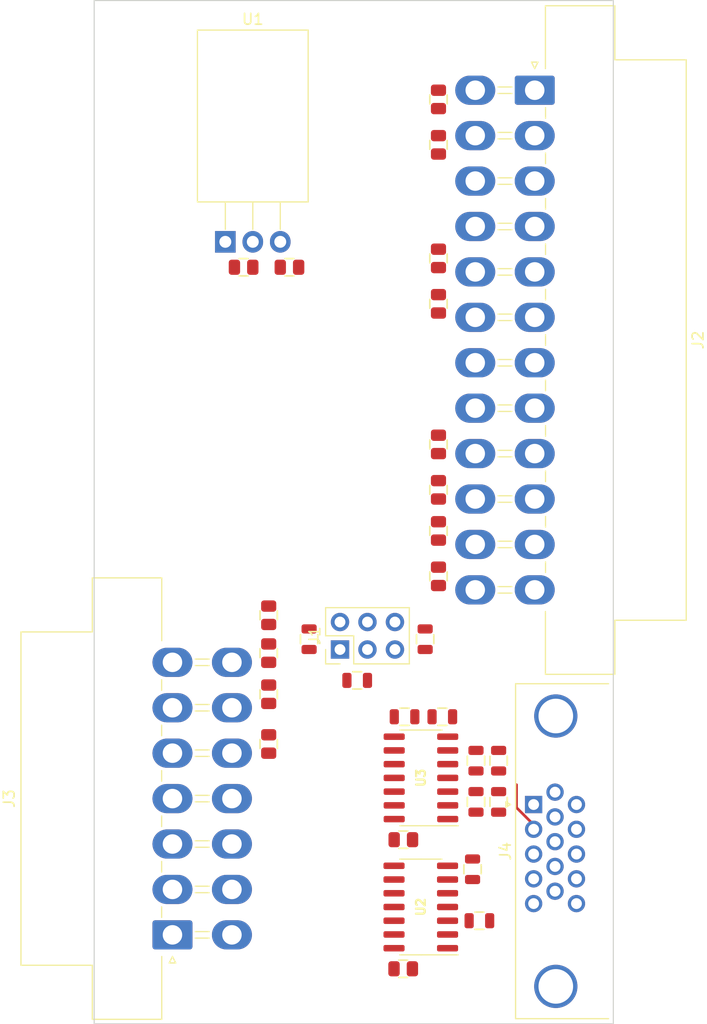
<source format=kicad_pcb>
(kicad_pcb (version 20211014) (generator pcbnew)
  (layers (0 "F.Cu" signal) (31 "B.Cu" signal) (34 "B.Paste" user) (35 "F.Paste" user) (36 "B.SilkS" user "B.Silkscreen") (37 "F.SilkS" user "F.Silkscreen") (38 "B.Mask" user) (39 "F.Mask" user) (44 "Edge.Cuts" user))
  (net 0 "")
  (net 1 "+12V")
  (net 2 "GND")
  (net 3 "+5V")
  (net 4 "+3V3")
  (net 5 "-12V")
  (net 6 "-5V")
  (net 7 "/HSx")
  (net 8 "/VSx")
  (net 9 "/PWR_OK")
  (net 10 "+5VP")
  (net 11 "/~{PS_ON}")
  (net 13 "/Ci")
  (net 14 "/HSi")
  (net 15 "/VSi")
  (net 16 "/Ro")
  (net 17 "/Go")
  (net 18 "/Bo")
  (net 23 "/HSo")
  (net 24 "/VSo")
  (net 26 "Net-(R4-Pad1)")
  (net 27 "Net-(R5-Pad1)")
  (net 28 "Net-(U3-Pad3)")
  (net 29 "Net-(U3-Pad6)")
  (net 30 "Net-(U3-Pad8)")
  (net 31 "/Cx")
  (footprint "stdpads:C_0805" (layer "F.Cu") (at 106.2525 175.700999)
    (fp_text reference "C10")
    (fp_text value "2u2")
    (fp_line (start -0.4064 0.8) (end 0.4064 0.8) (layer "F.SilkS") (width 0.1524))
    (fp_line (start -0.4064 -0.8) (end 0.4064 -0.8) (layer "F.SilkS") (width 0.1524))
    (pad "1" smd roundrect locked (at -0.85 0) (size 1.05 1.4) (layers "F.Cu" "F.Paste" "F.Mask") (net 4 "+3V3"))
    (pad "2" smd roundrect locked (at 0.85 0) (size 1.05 1.4) (layers "F.Cu" "F.Paste" "F.Mask") (net 2 "GND"))
  )
  (footprint "stdpads:R_0805" (layer "F.Cu") (at 97.536 157.1625 90)
    (fp_text reference "R3")
    (fp_text value "1k")
    (fp_line (start -0.4064 -0.8) (end 0.4064 -0.8) (layer "F.SilkS") (width 0.1524))
    (fp_line (start -0.4064 0.8) (end 0.4064 0.8) (layer "F.SilkS") (width 0.1524))
    (pad "1" smd roundrect locked (at -0.95 0 90) (size 0.85 1.4) (layers "F.Cu" "F.Paste" "F.Mask") (net 7 "/HSx"))
    (pad "2" smd roundrect locked (at 0.95 0 90) (size 0.85 1.4) (layers "F.Cu" "F.Paste" "F.Mask") (net 4 "+3V3"))
  )
  (footprint "Package_TO_SOT_THT:TO-220-3_Horizontal_TabDown" (layer "F.Cu") (at 89.789 120.4185)
    (fp_text reference "U1" (at 2.54 -20.58) (layer "F.SilkS"))
    (fp_text value "LM7905_TO220")
    (fp_line (start 7.66 -19.58) (end 7.66 -3.69) (layer "F.SilkS") (width 0.12))
    (fp_line (start 0 -3.69) (end 0 -1.15) (layer "F.SilkS") (width 0.12))
    (fp_line (start 2.54 -3.69) (end 2.54 -1.15) (layer "F.SilkS") (width 0.12))
    (fp_line (start 5.08 -3.69) (end 5.08 -1.15) (layer "F.SilkS") (width 0.12))
    (fp_line (start -2.58 -3.69) (end 7.66 -3.69) (layer "F.SilkS") (width 0.12))
    (fp_line (start -2.58 -19.58) (end -2.58 -3.69) (layer "F.SilkS") (width 0.12))
    (fp_line (start -2.58 -19.58) (end 7.66 -19.58) (layer "F.SilkS") (width 0.12))
    (pad "" np_thru_hole oval (at 2.54 -16.66) (size 3.5 3.5) (drill 3.5) (layers *.Cu *.Mask))
    (pad "1" thru_hole rect (at 0 0) (size 1.905 2) (drill 1.1) (layers *.Cu *.Mask) (net 2 "GND"))
    (pad "2" thru_hole oval (at 2.54 0) (size 1.905 2) (drill 1.1) (layers *.Cu *.Mask) (net 5 "-12V"))
    (pad "3" thru_hole oval (at 5.08 0) (size 1.905 2) (drill 1.1) (layers *.Cu *.Mask) (net 6 "-5V"))
  )
  (footprint "stdpads:R_0805" (layer "F.Cu") (at 108.2675 157.1625 90)
    (fp_text reference "R1")
    (fp_text value "1k")
    (fp_line (start -0.4064 -0.8) (end 0.4064 -0.8) (layer "F.SilkS") (width 0.1524))
    (fp_line (start -0.4064 0.8) (end 0.4064 0.8) (layer "F.SilkS") (width 0.1524))
    (pad "1" smd roundrect locked (at -0.95 0 90) (size 0.85 1.4) (layers "F.Cu" "F.Paste" "F.Mask") (net 31 "/Cx"))
    (pad "2" smd roundrect locked (at 0.95 0 90) (size 0.85 1.4) (layers "F.Cu" "F.Paste" "F.Mask") (net 4 "+3V3"))
  )
  (footprint "stdpads:C_0805" (layer "F.Cu") (at 109.5 147.15 -90)
    (fp_text reference "C2")
    (fp_text value "2u2")
    (fp_line (start -0.4064 0.8) (end 0.4064 0.8) (layer "F.SilkS") (width 0.1524))
    (fp_line (start -0.4064 -0.8) (end 0.4064 -0.8) (layer "F.SilkS") (width 0.1524))
    (pad "1" smd roundrect locked (at -0.85 0 270) (size 1.05 1.4) (layers "F.Cu" "F.Paste" "F.Mask") (net 1 "+12V"))
    (pad "2" smd roundrect locked (at 0.85 0 270) (size 1.05 1.4) (layers "F.Cu" "F.Paste" "F.Mask") (net 2 "GND"))
  )
  (footprint "Connector_Molex:Molex_Mini-Fit_Jr_5569-14A1_2x07_P4.20mm_Horizontal" (layer "F.Cu") (at 84.9 184.5 90)
    (fp_text reference "J3" (at 12.6 -15.1 90) (layer "F.SilkS"))
    (fp_text value "Mac")
    (fp_line (start 12.9 2.11) (end 12.9 3.39) (layer "F.SilkS") (width 0.12))
    (fp_line (start -2.6 -0.3) (end -2 0) (layer "F.SilkS") (width 0.12))
    (fp_line (start 17.1 2.11) (end 17.1 3.39) (layer "F.SilkS") (width 0.12))
    (fp_line (start 16.5 2.11) (end 16.5 3.39) (layer "F.SilkS") (width 0.12))
    (fp_line (start 33.01 -7.41) (end 33.01 -0.99) (layer "F.SilkS") (width 0.12))
    (fp_line (start -2 0) (end -2.6 0.3) (layer "F.SilkS") (width 0.12))
    (fp_line (start 20.7 2.11) (end 20.7 3.39) (layer "F.SilkS") (width 0.12))
    (fp_line (start 14.21 -1) (end 15.19 -1) (layer "F.SilkS") (width 0.12))
    (fp_line (start -2.81 -14.01) (end -2.81 -7.41) (layer "F.SilkS") (width 0.12))
    (fp_line (start 12.6 -14.01) (end 28.01 -14.01) (layer "F.SilkS") (width 0.12))
    (fp_line (start -0.3 2.11) (end -0.3 3.39) (layer "F.SilkS") (width 0.12))
    (fp_line (start 8.7 2.11) (end 8.7 3.39) (layer "F.SilkS") (width 0.12))
    (fp_line (start 21.3 2.11) (end 21.3 3.39) (layer "F.SilkS") (width 0.12))
    (fp_line (start 1.61 -1) (end 2.59 -1) (layer "F.SilkS") (width 0.12))
    (fp_line (start 12.3 2.11) (end 12.3 3.39) (layer "F.SilkS") (width 0.12))
    (fp_line (start 5.81 -1) (end 6.79 -1) (layer "F.SilkS") (width 0.12))
    (fp_line (start 8.1 2.11) (end 8.1 3.39) (layer "F.SilkS") (width 0.12))
    (fp_line (start 33.01 -0.99) (end 27.2 -0.99) (layer "F.SilkS") (width 0.12))
    (fp_line (start 3.9 2.11) (end 3.9 3.39) (layer "F.SilkS") (width 0.12))
    (fp_line (start 24.9 2.11) (end 24.9 3.39) (layer "F.SilkS") (width 0.12))
    (fp_line (start 0.3 2.11) (end 0.3 3.39) (layer "F.SilkS") (width 0.12))
    (fp_line (start 28.01 -7.41) (end 33.01 -7.41) (layer "F.SilkS") (width 0.12))
    (fp_line (start -2.6 0.3) (end -2.6 -0.3) (layer "F.SilkS") (width 0.12))
    (fp_line (start 25.5 2.11) (end 25.5 3.39) (layer "F.SilkS") (width 0.12))
    (fp_line (start 10.01 -1) (end 10.99 -1) (layer "F.SilkS") (width 0.12))
    (fp_line (start 18.41 -1) (end 19.39 -1) (layer "F.SilkS") (width 0.12))
    (fp_line (start -7.81 -0.99) (end -2 -0.99) (layer "F.SilkS") (width 0.12))
    (fp_line (start 22.61 -1) (end 23.59 -1) (layer "F.SilkS") (width 0.12))
    (fp_line (start 12.6 -14.01) (end -2.81 -14.01) (layer "F.SilkS") (width 0.12))
    (fp_line (start -7.81 -7.41) (end -7.81 -0.99) (layer "F.SilkS") (width 0.12))
    (fp_line (start -2.81 -7.41) (end -7.81 -7.41) (layer "F.SilkS") (width 0.12))
    (fp_line (start 28.01 -14.01) (end 28.01 -7.41) (layer "F.SilkS") (width 0.12))
    (fp_line (start 4.5 2.11) (end 4.5 3.39) (layer "F.SilkS") (width 0.12))
    (pad "" np_thru_hole circle (at 29.7 -4.2 90) (size 3.2 3.2) (drill 3.2) (layers *.Cu *.Mask))
    (pad "" np_thru_hole circle (at -4.5 -4.2 90) (size 3.2 3.2) (drill 3.2) (layers *.Cu *.Mask))
    (pad "1" thru_hole roundrect (at 0 0 90) (size 2.7 3.7) (drill 1.8) (layers *.Cu *.Mask) (roundrect_rratio 0.092593) (net 2 "GND"))
    (pad "2" thru_hole oval (at 4.2 0 90) (size 2.7 3.7) (drill 1.8) (layers *.Cu *.Mask) (net 2 "GND"))
    (pad "3" thru_hole oval (at 8.4 0 90) (size 2.7 3.7) (drill 1.8) (layers *.Cu *.Mask) (net 2 "GND"))
    (pad "4" thru_hole oval (at 12.6 0 90) (size 2.7 3.7) (drill 1.8) (layers *.Cu *.Mask) (net 2 "GND"))
    (pad "5" thru_hole oval (at 16.8 0 90) (size 2.7 3.7) (drill 1.8) (layers *.Cu *.Mask) (net 2 "GND"))
    (pad "6" thru_hole oval (at 21 0 90) (size 2.7 3.7) (drill 1.8) (layers *.Cu *.Mask) (net 6 "-5V"))
    (pad "7" thru_hole oval (at 25.2 0 90) (size 2.7 3.7) (drill 1.8) (layers *.Cu *.Mask) (net 5 "-12V"))
    (pad "8" thru_hole oval (at 0 5.5 90) (size 2.7 3.7) (drill 1.8) (layers *.Cu *.Mask) (net 2 "GND"))
    (pad "9" thru_hole oval (at 4.2 5.5 90) (size 2.7 3.7) (drill 1.8) (layers *.Cu *.Mask) (net 13 "/Ci"))
    (pad "10" thru_hole oval (at 8.4 5.5 90) (size 2.7 3.7) (drill 1.8) (layers *.Cu *.Mask) (net 14 "/HSi"))
    (pad "11" thru_hole oval (at 12.6 5.5 90) (size 2.7 3.7) (drill 1.8) (layers *.Cu *.Mask) (net 15 "/VSi"))
    (pad "12" thru_hole oval (at 16.8 5.5 90) (size 2.7 3.7) (drill 1.8) (layers *.Cu *.Mask) (net 3 "+5V"))
    (pad "13" thru_hole oval (at 21 5.5 90) (size 2.7 3.7) (drill 1.8) (layers *.Cu *.Mask) (net 3 "+5V"))
    (pad "14" thru_hole oval (at 25.2 5.5 90) (size 2.7 3.7) (drill 1.8) (layers *.Cu *.Mask) (net 1 "+12V"))
  )
  (footprint "stdpads:R_0805" (layer "F.Cu") (at 109.855 164.334499 180)
    (fp_text reference "R11")
    (fp_text value "130")
    (fp_line (start -0.4064 -0.8) (end 0.4064 -0.8) (layer "F.SilkS") (width 0.1524))
    (fp_line (start -0.4064 0.8) (end 0.4064 0.8) (layer "F.SilkS") (width 0.1524))
    (pad "1" smd roundrect locked (at -0.95 0 180) (size 0.85 1.4) (layers "F.Cu" "F.Paste" "F.Mask") (net 2 "GND"))
    (pad "2" smd roundrect locked (at 0.95 0 180) (size 0.85 1.4) (layers "F.Cu" "F.Paste" "F.Mask") (net 18 "/Bo"))
  )
  (footprint "stdpads:C_0805" (layer "F.Cu") (at 109.5 126.15 -90)
    (fp_text reference "C7")
    (fp_text value "2u2")
    (fp_line (start -0.4064 -0.8) (end 0.4064 -0.8) (layer "F.SilkS") (width 0.1524))
    (fp_line (start -0.4064 0.8) (end 0.4064 0.8) (layer "F.SilkS") (width 0.1524))
    (pad "1" smd roundrect locked (at -0.85 0 270) (size 1.05 1.4) (layers "F.Cu" "F.Paste" "F.Mask") (net 3 "+5V"))
    (pad "2" smd roundrect locked (at 0.85 0 270) (size 1.05 1.4) (layers "F.Cu" "F.Paste" "F.Mask") (net 2 "GND"))
  )
  (footprint "stdpads:C_0805" (layer "F.Cu") (at 106.238 187.638999)
    (fp_text reference "C16")
    (fp_text value "2u2")
    (fp_line (start -0.4064 0.8) (end 0.4064 0.8) (layer "F.SilkS") (width 0.1524))
    (fp_line (start -0.4064 -0.8) (end 0.4064 -0.8) (layer "F.SilkS") (width 0.1524))
    (pad "1" smd roundrect locked (at -0.85 0) (size 1.05 1.4) (layers "F.Cu" "F.Paste" "F.Mask") (net 4 "+3V3"))
    (pad "2" smd roundrect locked (at 0.85 0) (size 1.05 1.4) (layers "F.Cu" "F.Paste" "F.Mask") (net 2 "GND"))
  )
  (footprint "Connector_Molex:Molex_Mini-Fit_Jr_5569-24A1_2x12_P4.20mm_Horizontal" (layer "F.Cu") (at 118.4 106.4 -90)
    (fp_text reference "J2" (at 23.1 -15.1 90) (layer "F.SilkS"))
    (fp_text value "ATX")
    (fp_line (start 31.01 -1) (end 31.99 -1) (layer "F.SilkS") (width 0.12))
    (fp_line (start 33.3 2.11) (end 33.3 3.39) (layer "F.SilkS") (width 0.12))
    (fp_line (start 0.3 2.11) (end 0.3 3.39) (layer "F.SilkS") (width 0.12))
    (fp_line (start 37.5 2.11) (end 37.5 3.39) (layer "F.SilkS") (width 0.12))
    (fp_line (start 39.41 -1) (end 40.39 -1) (layer "F.SilkS") (width 0.12))
    (fp_line (start 1.61 -1) (end 2.59 -1) (layer "F.SilkS") (width 0.12))
    (fp_line (start 26.81 -1) (end 27.79 -1) (layer "F.SilkS") (width 0.12))
    (fp_line (start 25.5 2.11) (end 25.5 3.39) (layer "F.SilkS") (width 0.12))
    (fp_line (start 10.01 -1) (end 10.99 -1) (layer "F.SilkS") (width 0.12))
    (fp_line (start 24.9 2.11) (end 24.9 3.39) (layer "F.SilkS") (width 0.12))
    (fp_line (start 49.01 -14.01) (end 49.01 -7.41) (layer "F.SilkS") (width 0.12))
    (fp_line (start 12.3 2.11) (end 12.3 3.39) (layer "F.SilkS") (width 0.12))
    (fp_line (start 21.3 2.11) (end 21.3 3.39) (layer "F.SilkS") (width 0.12))
    (fp_line (start 29.1 2.11) (end 29.1 3.39) (layer "F.SilkS") (width 0.12))
    (fp_line (start 46.5 2.11) (end 46.5 3.39) (layer "F.SilkS") (width 0.12))
    (fp_line (start 41.7 2.11) (end 41.7 3.39) (layer "F.SilkS") (width 0.12))
    (fp_line (start -2 0) (end -2.6 0.3) (layer "F.SilkS") (width 0.12))
    (fp_line (start 23.1 -14.01) (end -2.81 -14.01) (layer "F.SilkS") (width 0.12))
    (fp_line (start 14.21 -1) (end 15.19 -1) (layer "F.SilkS") (width 0.12))
    (fp_line (start -2.81 -14.01) (end -2.81 -7.41) (layer "F.SilkS") (width 0.12))
    (fp_line (start 23.1 -14.01) (end 49.01 -14.01) (layer "F.SilkS") (width 0.12))
    (fp_line (start 20.7 2.11) (end 20.7 3.39) (layer "F.SilkS") (width 0.12))
    (fp_line (start -2.81 -7.41) (end -7.81 -7.41) (layer "F.SilkS") (width 0.12))
    (fp_line (start 16.5 2.11) (end 16.5 3.39) (layer "F.SilkS") (width 0.12))
    (fp_line (start 3.9 2.11) (end 3.9 3.39) (layer "F.SilkS") (width 0.12))
    (fp_line (start -2.6 0.3) (end -2.6 -0.3) (layer "F.SilkS") (width 0.12))
    (fp_line (start 38.1 2.11) (end 38.1 3.39) (layer "F.SilkS") (width 0.12))
    (fp_line (start 35.21 -1) (end 36.19 -1) (layer "F.SilkS") (width 0.12))
    (fp_line (start 12.9 2.11) (end 12.9 3.39) (layer "F.SilkS") (width 0.12))
    (fp_line (start 8.1 2.11) (end 8.1 3.39) (layer "F.SilkS") (width 0.12))
    (fp_line (start 29.7 2.11) (end 29.7 3.39) (layer "F.SilkS") (width 0.12))
    (fp_line (start 54.01 -7.41) (end 54.01 -0.99) (layer "F.SilkS") (width 0.12))
    (fp_line (start 8.7 2.11) (end 8.7 3.39) (layer "F.SilkS") (width 0.12))
    (fp_line (start 22.61 -1) (end 23.59 -1) (layer "F.SilkS") (width 0.12))
    (fp_line (start 17.1 2.11) (end 17.1 3.39) (layer "F.SilkS") (width 0.12))
    (fp_line (start 5.81 -1) (end 6.79 -1) (layer "F.SilkS") (width 0.12))
    (fp_line (start -2.6 -0.3) (end -2 0) (layer "F.SilkS") (width 0.12))
    (fp_line (start 4.5 2.11) (end 4.5 3.39) (layer "F.SilkS") (width 0.12))
    (fp_line (start -7.81 -7.41) (end -7.81 -0.99) (layer "F.SilkS") (width 0.12))
    (fp_line (start 45.9 2.11) (end 45.9 3.39) (layer "F.SilkS") (width 0.12))
    (fp_line (start 54.01 -0.99) (end 48.2 -0.99) (layer "F.SilkS") (width 0.12))
    (fp_line (start -0.3 2.11) (end -0.3 3.39) (layer "F.SilkS") (width 0.12))
    (fp_line (start 33.9 2.11) (end 33.9 3.39) (layer "F.SilkS") (width 0.12))
    (fp_line (start 42.3 2.11) (end 42.3 3.39) (layer "F.SilkS") (width 0.12))
    (fp_line (start 18.41 -1) (end 19.39 -1) (layer "F.SilkS") (width 0.12))
    (fp_line (start 43.61 -1) (end 44.59 -1) (layer "F.SilkS") (width 0.12))
    (fp_line (start 49.01 -7.41) (end 54.01 -7.41) (layer "F.SilkS") (width 0.12))
    (fp_line (start -7.81 -0.99) (end -2 -0.99) (layer "F.SilkS") (width 0.12))
    (pad "" np_thru_hole circle (at -4.5 -4.2 270) (size 3.2 3.2) (drill 3.2) (layers *.Cu *.Mask))
    (pad "" np_thru_hole circle (at 50.7 -4.2 270) (size 3.2 3.2) (drill 3.2) (layers *.Cu *.Mask))
    (pad "1" thru_hole roundrect (at 0 0 270) (size 2.7 3.7) (drill 1.8) (layers *.Cu *.Mask) (roundrect_rratio 0.092593) (net 4 "+3V3"))
    (pad "2" thru_hole oval (at 4.2 0 270) (size 2.7 3.7) (drill 1.8) (layers *.Cu *.Mask) (net 4 "+3V3"))
    (pad "3" thru_hole oval (at 8.4 0 270) (size 2.7 3.7) (drill 1.8) (layers *.Cu *.Mask) (net 2 "GND"))
    (pad "4" thru_hole oval (at 12.6 0 270) (size 2.7 3.7) (drill 1.8) (layers *.Cu *.Mask) (net 3 "+5V"))
    (pad "5" thru_hole oval (at 16.8 0 270) (size 2.7 3.7) (drill 1.8) (layers *.Cu *.Mask) (net 2 "GND"))
    (pad "6" thru_hole oval (at 21 0 270) (size 2.7 3.7) (drill 1.8) (layers *.Cu *.Mask) (net 3 "+5V"))
    (pad "7" thru_hole oval (at 25.2 0 270) (size 2.7 3.7) (drill 1.8) (layers *.Cu *.Mask) (net 2 "GND"))
    (pad "8" thru_hole oval (at 29.4 0 270) (size 2.7 3.7) (drill 1.8) (layers *.Cu *.Mask) (net 9 "/PWR_OK"))
    (pad "9" thru_hole oval (at 33.6 0 270) (size 2.7 3.7) (drill 1.8) (layers *.Cu *.Mask) (net 10 "+5VP"))
    (pad "10" thru_hole oval (at 37.8 0 270) (size 2.7 3.7) (drill 1.8) (layers *.Cu *.Mask) (net 1 "+12V"))
    (pad "11" thru_hole oval (at 42 0 270) (size 2.7 3.7) (drill 1.8) (layers *.Cu *.Mask) (net 1 "+12V"))
    (pad "12" thru_hole oval (at 46.2 0 270) (size 2.7 3.7) (drill 1.8) (layers *.Cu *.Mask) (net 4 "+3V3"))
    (pad "13" thru_hole oval (at 0 5.5 270) (size 2.7 3.7) (drill 1.8) (layers *.Cu *.Mask) (net 4 "+3V3"))
    (pad "14" thru_hole oval (at 4.2 5.5 270) (size 2.7 3.7) (drill 1.8) (layers *.Cu *.Mask) (net 5 "-12V"))
    (pad "15" thru_hole oval (at 8.4 5.5 270) (size 2.7 3.7) (drill 1.8) (layers *.Cu *.Mask) (net 2 "GND"))
    (pad "16" thru_hole oval (at 12.6 5.5 270) (size 2.7 3.7) (drill 1.8) (layers *.Cu *.Mask) (net 11 "/~{PS_ON}"))
    (pad "17" thru_hole oval (at 16.8 5.5 270) (size 2.7 3.7) (drill 1.8) (layers *.Cu *.Mask) (net 2 "GND"))
    (pad "18" thru_hole oval (at 21 5.5 270) (size 2.7 3.7) (drill 1.8) (layers *.Cu *.Mask) (net 2 "GND"))
    (pad "19" thru_hole oval (at 25.2 5.5 270) (size 2.7 3.7) (drill 1.8) (layers *.Cu *.Mask) (net 2 "GND"))
    (pad "20" thru_hole oval (at 29.4 5.5 270) (size 2.7 3.7) (drill 1.8) (layers *.Cu *.Mask))
    (pad "21" thru_hole oval (at 33.6 5.5 270) (size 2.7 3.7) (drill 1.8) (layers *.Cu *.Mask) (net 3 "+5V"))
    (pad "22" thru_hole oval (at 37.8 5.5 270) (size 2.7 3.7) (drill 1.8) (layers *.Cu *.Mask) (net 3 "+5V"))
    (pad "23" thru_hole oval (at 42 5.5 270) (size 2.7 3.7) (drill 1.8) (layers *.Cu *.Mask) (net 3 "+5V"))
    (pad "24" thru_hole oval (at 46.2 5.5 270) (size 2.7 3.7) (drill 1.8) (layers *.Cu *.Mask) (net 2 "GND"))
  )
  (footprint "stdpads:C_0805" (layer "F.Cu") (at 93.8 158.45 90)
    (fp_text reference "C1")
    (fp_text value "2u2")
    (fp_line (start -0.4064 -0.8) (end 0.4064 -0.8) (layer "F.SilkS") (width 0.1524))
    (fp_line (start -0.4064 0.8) (end 0.4064 0.8) (layer "F.SilkS") (width 0.1524))
    (pad "1" smd roundrect locked (at -0.85 0 90) (size 1.05 1.4) (layers "F.Cu" "F.Paste" "F.Mask") (net 1 "+12V"))
    (pad "2" smd roundrect locked (at 0.85 0 90) (size 1.05 1.4) (layers "F.Cu" "F.Paste" "F.Mask") (net 2 "GND"))
  )
  (footprint "stdpads:C_0805" (layer "F.Cu") (at 93.8 154.949999 -90)
    (fp_text reference "C12")
    (fp_text value "2u2")
    (fp_line (start -0.4064 0.8) (end 0.4064 0.8) (layer "F.SilkS") (width 0.1524))
    (fp_line (start -0.4064 -0.8) (end 0.4064 -0.8) (layer "F.SilkS") (width 0.1524))
    (pad "1" smd roundrect locked (at -0.85 0 270) (size 1.05 1.4) (layers "F.Cu" "F.Paste" "F.Mask") (net 2 "GND"))
    (pad "2" smd roundrect locked (at 0.85 0 270) (size 1.05 1.4) (layers "F.Cu" "F.Paste" "F.Mask") (net 5 "-12V"))
  )
  (footprint "stdpads:C_0805" (layer "F.Cu") (at 109.5 143.35 90)
    (fp_text reference "C4")
    (fp_text value "2u2")
    (fp_line (start -0.4064 -0.8) (end 0.4064 -0.8) (layer "F.SilkS") (width 0.1524))
    (fp_line (start -0.4064 0.8) (end 0.4064 0.8) (layer "F.SilkS") (width 0.1524))
    (pad "1" smd roundrect locked (at -0.85 0 90) (size 1.05 1.4) (layers "F.Cu" "F.Paste" "F.Mask") (net 3 "+5V"))
    (pad "2" smd roundrect locked (at 0.85 0 90) (size 1.05 1.4) (layers "F.Cu" "F.Paste" "F.Mask") (net 2 "GND"))
  )
  (footprint "stdpads:C_0805" (layer "F.Cu") (at 93.8 162.25 90)
    (fp_text reference "C15")
    (fp_text value "2u2")
    (fp_line (start -0.4064 -0.8) (end 0.4064 -0.8) (layer "F.SilkS") (width 0.1524))
    (fp_line (start -0.4064 0.8) (end 0.4064 0.8) (layer "F.SilkS") (width 0.1524))
    (pad "1" smd roundrect locked (at -0.85 0 90) (size 1.05 1.4) (layers "F.Cu" "F.Paste" "F.Mask") (net 2 "GND"))
    (pad "2" smd roundrect locked (at 0.85 0 90) (size 1.05 1.4) (layers "F.Cu" "F.Paste" "F.Mask") (net 6 "-5V"))
  )
  (footprint "stdpads:R_0805" (layer "F.Cu") (at 106.3625 164.334499)
    (fp_text reference "R10")
    (fp_text value "150")
    (fp_line (start -0.4064 -0.8) (end 0.4064 -0.8) (layer "F.SilkS") (width 0.1524))
    (fp_line (start -0.4064 0.8) (end 0.4064 0.8) (layer "F.SilkS") (width 0.1524))
    (pad "1" smd roundrect locked (at -0.95 0) (size 0.85 1.4) (layers "F.Cu" "F.Paste" "F.Mask") (net 30 "Net-(U3-Pad8)"))
    (pad "2" smd roundrect locked (at 0.95 0) (size 0.85 1.4) (layers "F.Cu" "F.Paste" "F.Mask") (net 18 "/Bo"))
  )
  (footprint "stdpads:R_0805" (layer "F.Cu") (at 112.6515 178.433999 90)
    (fp_text reference "R5")
    (fp_text value "47")
    (fp_line (start -0.4064 0.8) (end 0.4064 0.8) (layer "F.SilkS") (width 0.1524))
    (fp_line (start -0.4064 -0.8) (end 0.4064 -0.8) (layer "F.SilkS") (width 0.1524))
    (pad "1" smd roundrect locked (at -0.95 0 90) (size 0.85 1.4) (layers "F.Cu" "F.Paste" "F.Mask") (net 27 "Net-(R5-Pad1)"))
    (pad "2" smd roundrect locked (at 0.95 0 90) (size 0.85 1.4) (layers "F.Cu" "F.Paste" "F.Mask") (net 24 "/VSo"))
  )
  (footprint "stdpads:R_0805" (layer "F.Cu") (at 112.969 168.393499 -90)
    (fp_text reference "R8")
    (fp_text value "150")
    (fp_line (start -0.4064 -0.8) (end 0.4064 -0.8) (layer "F.SilkS") (width 0.1524))
    (fp_line (start -0.4064 0.8) (end 0.4064 0.8) (layer "F.SilkS") (width 0.1524))
    (pad "1" smd roundrect locked (at -0.95 0 270) (size 0.85 1.4) (layers "F.Cu" "F.Paste" "F.Mask") (net 29 "Net-(U3-Pad6)"))
    (pad "2" smd roundrect locked (at 0.95 0 270) (size 0.85 1.4) (layers "F.Cu" "F.Paste" "F.Mask") (net 17 "/Go"))
  )
  (footprint "stdpads:C_0805" (layer "F.Cu") (at 109.5 111.45 90)
    (fp_text reference "C13")
    (fp_text value "2u2")
    (fp_line (start -0.4064 0.8) (end 0.4064 0.8) (layer "F.SilkS") (width 0.1524))
    (fp_line (start -0.4064 -0.8) (end 0.4064 -0.8) (layer "F.SilkS") (width 0.1524))
    (pad "1" smd roundrect locked (at -0.85 0 90) (size 1.05 1.4) (layers "F.Cu" "F.Paste" "F.Mask") (net 2 "GND"))
    (pad "2" smd roundrect locked (at 0.85 0 90) (size 1.05 1.4) (layers "F.Cu" "F.Paste" "F.Mask") (net 5 "-12V"))
  )
  (footprint "stdpads:C_0805" (layer "F.Cu") (at 91.479 122.768)
    (fp_text reference "C11")
    (fp_text value "2u2")
    (fp_line (start -0.4064 -0.8) (end 0.4064 -0.8) (layer "F.SilkS") (width 0.1524))
    (fp_line (start -0.4064 0.8) (end 0.4064 0.8) (layer "F.SilkS") (width 0.1524))
    (pad "1" smd roundrect locked (at -0.85 0) (size 1.05 1.4) (layers "F.Cu" "F.Paste" "F.Mask") (net 2 "GND"))
    (pad "2" smd roundrect locked (at 0.85 0) (size 1.05 1.4) (layers "F.Cu" "F.Paste" "F.Mask") (net 5 "-12V"))
  )
  (footprint "stdpads:R_0805" (layer "F.Cu") (at 115.062 172.205999 -90)
    (fp_text reference "R7")
    (fp_text value "130")
    (fp_line (start -0.4064 0.8) (end 0.4064 0.8) (layer "F.SilkS") (width 0.1524))
    (fp_line (start -0.4064 -0.8) (end 0.4064 -0.8) (layer "F.SilkS") (width 0.1524))
    (pad "1" smd roundrect locked (at -0.95 0 270) (size 0.85 1.4) (layers "F.Cu" "F.Paste" "F.Mask") (net 2 "GND"))
    (pad "2" smd roundrect locked (at 0.95 0 270) (size 0.85 1.4) (layers "F.Cu" "F.Paste" "F.Mask") (net 16 "/Ro"))
  )
  (footprint "stdpads:SOIC-14_3.9mm" (layer "F.Cu") (at 107.8645 181.923999 90)
    (fp_text reference "U2")
    (fp_text value "74LVC86AD")
    (fp_text user "${REFERENCE}" (at 0 0 90) (layer "F.SilkS") (effects (font (size 0.8128 0.8128) (thickness 0.2032))))
    (fp_line (start 4.425 0) (end 4.425 -1.95) (layer "F.SilkS") (width 0.12))
    (fp_line (start -4.425 0) (end -4.425 -1.95) (layer "F.SilkS") (width 0.12))
    (fp_line (start 4.425 0) (end 4.425 1.95) (layer "F.SilkS") (width 0.12))
    (fp_line (start -4.425 0) (end -4.425 3.45) (layer "F.SilkS") (width 0.12))
    (pad "1" smd roundrect locked (at -3.81 2.475 180) (size 1.95 0.6) (layers "F.Cu" "F.Paste" "F.Mask") (net 14 "/HSi"))
    (pad "2" smd roundrect locked (at -2.54 2.475 180) (size 1.95 0.6) (layers "F.Cu" "F.Paste" "F.Mask") (net 7 "/HSx"))
    (pad "3" smd roundrect locked (at -1.27 2.475 180) (size 1.95 0.6) (layers "F.Cu" "F.Paste" "F.Mask") (net 26 "Net-(R4-Pad1)"))
    (pad "4" smd roundrect locked (at 0 2.475 180) (size 1.95 0.6) (layers "F.Cu" "F.Paste" "F.Mask") (net 15 "/VSi"))
    (pad "5" smd roundrect locked (at 1.27 2.475 180) (size 1.95 0.6) (layers "F.Cu" "F.Paste" "F.Mask") (net 8 "/VSx"))
    (pad "6" smd roundrect locked (at 2.54 2.475 180) (size 1.95 0.6) (layers "F.Cu" "F.Paste" "F.Mask") (net 27 "Net-(R5-Pad1)"))
    (pad "7" smd roundrect locked (at 3.81 2.475 180) (size 1.95 0.6) (layers "F.Cu" "F.Paste" "F.Mask") (net 2 "GND"))
    (pad "8" smd roundrect locked (at 3.81 -2.475 180) (size 1.95 0.6) (layers "F.Cu" "F.Paste" "F.Mask"))
    (pad "9" smd roundrect locked (at 2.54 -2.475 180) (size 1.95 0.6) (layers "F.Cu" "F.Paste" "F.Mask") (net 2 "GND"))
    (pad "10" smd roundrect locked (at 1.27 -2.475 180) (size 1.95 0.6) (layers "F.Cu" "F.Paste" "F.Mask") (net 2 "GND"))
    (pad "11" smd roundrect locked (at 0 -2.475 180) (size 1.95 0.6) (layers "F.Cu" "F.Paste" "F.Mask"))
    (pad "12" smd roundrect locked (at -1.27 -2.475 180) (size 1.95 0.6) (layers "F.Cu" "F.Paste" "F.Mask") (net 2 "GND"))
    (pad "13" smd roundrect locked (at -2.54 -2.475 180) (size 1.95 0.6) (layers "F.Cu" "F.Paste" "F.Mask") (net 2 "GND"))
    (pad "14" smd roundrect locked (at -3.81 -2.475 180) (size 1.95 0.6) (layers "F.Cu" "F.Paste" "F.Mask") (net 4 "+3V3"))
  )
  (footprint "Connector_Dsub:DSUB-15-HD_Female_Horizontal_P2.29x1.98mm_EdgePinOffset3.03mm_Housed_MountingHolesOffset4.94mm" (layer "F.Cu") (at 118.299669 172.45 90)
    (fp_text reference "J4" (at -4.315 -2.61 90) (layer "F.SilkS"))
    (fp_text value "VGA")
    (fp_line (start -0.25 -2.564338) (end 0.25 -2.564338) (layer "F.SilkS") (width 0.12))
    (fp_line (start -19.8 -1.67) (end 11.17 -1.67) (layer "F.SilkS") (width 0.12))
    (fp_line (start 11.17 -1.67) (end 11.17 6.93) (layer "F.SilkS") (width 0.12))
    (fp_line (start 0 -2.131325) (end -0.25 -2.564338) (layer "F.SilkS") (width 0.12))
    (fp_line (start 0.25 -2.564338) (end 0 -2.131325) (layer "F.SilkS") (width 0.12))
    (fp_line (start -19.8 6.93) (end -19.8 -1.67) (layer "F.SilkS") (width 0.12))
    (pad "0" thru_hole circle (at 8.185 2.05 90) (size 4 4) (drill 3.2) (layers *.Cu *.Mask) (net 2 "GND"))
    (pad "0" thru_hole circle (at -16.815 2.05 90) (size 4 4) (drill 3.2) (layers *.Cu *.Mask) (net 2 "GND"))
    (pad "1" thru_hole rect (at 0 0 90) (size 1.6 1.6) (drill 1) (layers *.Cu *.Mask) (net 16 "/Ro"))
    (pad "2" thru_hole circle (at -2.29 0 90) (size 1.6 1.6) (drill 1) (layers *.Cu *.Mask) (net 17 "/Go"))
    (pad "3" thru_hole circle (at -4.58 0 90) (size 1.6 1.6) (drill 1) (layers *.Cu *.Mask) (net 18 "/Bo"))
    (pad "4" thru_hole circle (at -6.87 0 90) (size 1.6 1.6) (drill 1) (layers *.Cu *.Mask))
    (pad "5" thru_hole circle (at -9.16 0 90) (size 1.6 1.6) (drill 1) (layers *.Cu *.Mask) (net 2 "GND"))
    (pad "6" thru_hole circle (at 1.145 1.98 90) (size 1.6 1.6) (drill 1) (layers *.Cu *.Mask) (net 2 "GND"))
    (pad "7" thru_hole circle (at -1.145 1.98 90) (size 1.6 1.6) (drill 1) (layers *.Cu *.Mask) (net 2 "GND"))
    (pad "8" thru_hole circle (at -3.435 1.98 90) (size 1.6 1.6) (drill 1) (layers *.Cu *.Mask) (net 2 "GND"))
    (pad "9" thru_hole circle (at -5.725 1.98 90) (size 1.6 1.6) (drill 1) (layers *.Cu *.Mask))
    (pad "10" thru_hole circle (at -8.015 1.98 90) (size 1.6 1.6) (drill 1) (layers *.Cu *.Mask) (net 2 "GND"))
    (pad "11" thru_hole circle (at 0 3.96 90) (size 1.6 1.6) (drill 1) (layers *.Cu *.Mask))
    (pad "12" thru_hole circle (at -2.29 3.96 90) (size 1.6 1.6) (drill 1) (layers *.Cu *.Mask))
    (pad "13" thru_hole circle (at -4.58 3.96 90) (size 1.6 1.6) (drill 1) (layers *.Cu *.Mask) (net 23 "/HSo"))
    (pad "14" thru_hole circle (at -6.87 3.96 90) (size 1.6 1.6) (drill 1) (layers *.Cu *.Mask) (net 24 "/VSo"))
    (pad "15" thru_hole circle (at -9.16 3.96 90) (size 1.6 1.6) (drill 1) (layers *.Cu *.Mask))
  )
  (footprint "stdpads:R_0805" (layer "F.Cu") (at 115.062 168.396 -90)
    (fp_text reference "R9")
    (fp_text value "130")
    (fp_line (start -0.4064 -0.8) (end 0.4064 -0.8) (layer "F.SilkS") (width 0.1524))
    (fp_line (start -0.4064 0.8) (end 0.4064 0.8) (layer "F.SilkS") (width 0.1524))
    (pad "1" smd roundrect locked (at -0.95 0 270) (size 0.85 1.4) (layers "F.Cu" "F.Paste" "F.Mask") (net 2 "GND"))
    (pad "2" smd roundrect locked (at 0.95 0 270) (size 0.85 1.4) (layers "F.Cu" "F.Paste" "F.Mask") (net 17 "/Go"))
  )
  (footprint "Connector_PinHeader_2.54mm:PinHeader_2x03_P2.54mm_Vertical" (layer "F.Cu") (at 100.3935 158.115 90)
    (fp_text reference "J1" (at 1.27 -2.33 90) (layer "F.SilkS"))
    (fp_text value "XOR")
    (fp_line (start -1.33 1.27) (end 1.27 1.27) (layer "F.SilkS") (width 0.12))
    (fp_line (start 1.27 -1.33) (end 3.87 -1.33) (layer "F.SilkS") (width 0.12))
    (fp_line (start 3.87 -1.33) (end 3.87 6.41) (layer "F.SilkS") (width 0.12))
    (fp_line (start -1.33 1.27) (end -1.33 6.41) (layer "F.SilkS") (width 0.12))
    (fp_line (start -1.33 6.41) (end 3.87 6.41) (layer "F.SilkS") (width 0.12))
    (fp_line (start -1.33 -1.33) (end 0 -1.33) (layer "F.SilkS") (width 0.12))
    (fp_line (start -1.33 0) (end -1.33 -1.33) (layer "F.SilkS") (width 0.12))
    (fp_line (start 1.27 1.27) (end 1.27 -1.33) (layer "F.SilkS") (width 0.12))
    (pad "1" thru_hole rect (at 0 0 90) (size 1.7 1.7) (drill 1) (layers *.Cu *.Mask) (net 7 "/HSx"))
    (pad "2" thru_hole oval (at 2.54 0 90) (size 1.7 1.7) (drill 1) (layers *.Cu *.Mask) (net 2 "GND"))
    (pad "3" thru_hole oval (at 0 2.54 90) (size 1.7 1.7) (drill 1) (layers *.Cu *.Mask) (net 8 "/VSx"))
    (pad "4" thru_hole oval (at 2.54 2.54 90) (size 1.7 1.7) (drill 1) (layers *.Cu *.Mask) (net 2 "GND"))
    (pad "5" thru_hole oval (at 0 5.08 90) (size 1.7 1.7) (drill 1) (layers *.Cu *.Mask) (net 31 "/Cx"))
    (pad "6" thru_hole oval (at 2.54 5.08 90) (size 1.7 1.7) (drill 1) (layers *.Cu *.Mask) (net 2 "GND"))
  )
  (footprint "stdpads:R_0805" (layer "F.Cu") (at 112.969 172.203499 -90)
    (fp_text reference "R6")
    (fp_text value "150")
    (fp_line (start -0.4064 -0.8) (end 0.4064 -0.8) (layer "F.SilkS") (width 0.1524))
    (fp_line (start -0.4064 0.8) (end 0.4064 0.8) (layer "F.SilkS") (width 0.1524))
    (pad "1" smd roundrect locked (at -0.95 0 270) (size 0.85 1.4) (layers "F.Cu" "F.Paste" "F.Mask") (net 28 "Net-(U3-Pad3)"))
    (pad "2" smd roundrect locked (at 0.95 0 270) (size 0.85 1.4) (layers "F.Cu" "F.Paste" "F.Mask") (net 16 "/Ro"))
  )
  (footprint "stdpads:R_0805" (layer "F.Cu") (at 113.284 183.193999)
    (fp_text reference "R4")
    (fp_text value "47")
    (fp_line (start -0.4064 -0.8) (end 0.4064 -0.8) (layer "F.SilkS") (width 0.1524))
    (fp_line (start -0.4064 0.8) (end 0.4064 0.8) (layer "F.SilkS") (width 0.1524))
    (pad "1" smd roundrect locked (at -0.95 0) (size 0.85 1.4) (layers "F.Cu" "F.Paste" "F.Mask") (net 26 "Net-(R4-Pad1)"))
    (pad "2" smd roundrect locked (at 0.95 0) (size 0.85 1.4) (layers "F.Cu" "F.Paste" "F.Mask") (net 23 "/HSo"))
  )
  (footprint "stdpads:R_0805" (layer "F.Cu") (at 101.9835 160.97 180)
    (fp_text reference "R2")
    (fp_text value "1k")
    (fp_line (start -0.4064 -0.8) (end 0.4064 -0.8) (layer "F.SilkS") (width 0.1524))
    (fp_line (start -0.4064 0.8) (end 0.4064 0.8) (layer "F.SilkS") (width 0.1524))
    (pad "1" smd roundrect locked (at -0.95 0 180) (size 0.85 1.4) (layers "F.Cu" "F.Paste" "F.Mask") (net 8 "/VSx"))
    (pad "2" smd roundrect locked (at 0.95 0 180) (size 0.85 1.4) (layers "F.Cu" "F.Paste" "F.Mask") (net 4 "+3V3"))
  )
  (footprint "stdpads:C_0805" (layer "F.Cu") (at 93.8 166.85 90)
    (fp_text reference "C6")
    (fp_text value "2u2")
    (fp_line (start -0.4064 0.8) (end 0.4064 0.8) (layer "F.SilkS") (width 0.1524))
    (fp_line (start -0.4064 -0.8) (end 0.4064 -0.8) (layer "F.SilkS") (width 0.1524))
    (pad "1" smd roundrect locked (at -0.85 0 90) (size 1.05 1.4) (layers "F.Cu" "F.Paste" "F.Mask") (net 3 "+5V"))
    (pad "2" smd roundrect locked (at 0.85 0 90) (size 1.05 1.4) (layers "F.Cu" "F.Paste" "F.Mask") (net 2 "GND"))
  )
  (footprint "stdpads:C_0805" (layer "F.Cu") (at 95.719 122.768 180)
    (fp_text reference "C14")
    (fp_text value "2u2")
    (fp_line (start -0.4064 -0.8) (end 0.4064 -0.8) (layer "F.SilkS") (width 0.1524))
    (fp_line (start -0.4064 0.8) (end 0.4064 0.8) (layer "F.SilkS") (width 0.1524))
    (pad "1" smd roundrect locked (at -0.85 0 180) (size 1.05 1.4) (layers "F.Cu" "F.Paste" "F.Mask") (net 2 "GND"))
    (pad "2" smd roundrect locked (at 0.85 0 180) (size 1.05 1.4) (layers "F.Cu" "F.Paste" "F.Mask") (net 6 "-5V"))
  )
  (footprint "stdpads:C_0805" (layer "F.Cu") (at 109.5 107.25 -90)
    (fp_text reference "C9")
    (fp_text value "2u2")
    (fp_line (start -0.4064 0.8) (end 0.4064 0.8) (layer "F.SilkS") (width 0.1524))
    (fp_line (start -0.4064 -0.8) (end 0.4064 -0.8) (layer "F.SilkS") (width 0.1524))
    (pad "1" smd roundrect locked (at -0.85 0 270) (size 1.05 1.4) (layers "F.Cu" "F.Paste" "F.Mask") (net 4 "+3V3"))
    (pad "2" smd roundrect locked (at 0.85 0 270) (size 1.05 1.4) (layers "F.Cu" "F.Paste" "F.Mask") (net 2 "GND"))
  )
  (footprint "stdpads:C_0805" (layer "F.Cu") (at 109.5 121.95 -90)
    (fp_text reference "C5")
    (fp_text value "2u2")
    (fp_line (start -0.4064 -0.8) (end 0.4064 -0.8) (layer "F.SilkS") (width 0.1524))
    (fp_line (start -0.4064 0.8) (end 0.4064 0.8) (layer "F.SilkS") (width 0.1524))
    (pad "1" smd roundrect locked (at -0.85 0 270) (size 1.05 1.4) (layers "F.Cu" "F.Paste" "F.Mask") (net 3 "+5V"))
    (pad "2" smd roundrect locked (at 0.85 0 270) (size 1.05 1.4) (layers "F.Cu" "F.Paste" "F.Mask") (net 2 "GND"))
  )
  (footprint "stdpads:C_0805" (layer "F.Cu") (at 109.5 139.15 90)
    (fp_text reference "C3")
    (fp_text value "2u2")
    (fp_line (start -0.4064 0.8) (end 0.4064 0.8) (layer "F.SilkS") (width 0.1524))
    (fp_line (start -0.4064 -0.8) (end 0.4064 -0.8) (layer "F.SilkS") (width 0.1524))
    (pad "1" smd roundrect locked (at -0.85 0 90) (size 1.05 1.4) (layers "F.Cu" "F.Paste" "F.Mask") (net 3 "+5V"))
    (pad "2" smd roundrect locked (at 0.85 0 90) (size 1.05 1.4) (layers "F.Cu" "F.Paste" "F.Mask") (net 2 "GND"))
  )
  (footprint "stdpads:C_0805" (layer "F.Cu") (at 109.5 151.35 -90)
    (fp_text reference "C8")
    (fp_text value "2u2")
    (fp_line (start -0.4064 0.8) (end 0.4064 0.8) (layer "F.SilkS") (width 0.1524))
    (fp_line (start -0.4064 -0.8) (end 0.4064 -0.8) (layer "F.SilkS") (width 0.1524))
    (pad "1" smd roundrect locked (at -0.85 0 270) (size 1.05 1.4) (layers "F.Cu" "F.Paste" "F.Mask") (net 4 "+3V3"))
    (pad "2" smd roundrect locked (at 0.85 0 270) (size 1.05 1.4) (layers "F.Cu" "F.Paste" "F.Mask") (net 2 "GND"))
  )
  (footprint "stdpads:SOIC-14_3.9mm" (layer "F.Cu") (at 107.879 169.985999 90)
    (fp_text reference "U3")
    (fp_text value "74LVC86AD")
    (fp_text user "${REFERENCE}" (at 0 0 90) (layer "F.SilkS") (effects (font (size 0.8128 0.8128) (thickness 0.2032))))
    (fp_line (start -4.425 0) (end -4.425 -1.95) (layer "F.SilkS") (width 0.12))
    (fp_line (start 4.425 0) (end 4.425 -1.95) (layer "F.SilkS") (width 0.12))
    (fp_line (start 4.425 0) (end 4.425 1.95) (layer "F.SilkS") (width 0.12))
    (fp_line (start -4.425 0) (end -4.425 3.45) (layer "F.SilkS") (width 0.12))
    (pad "1" smd roundrect locked (at -3.81 2.475 180) (size 1.95 0.6) (layers "F.Cu" "F.Paste" "F.Mask") (net 13 "/Ci"))
    (pad "2" smd roundrect locked (at -2.54 2.475 180) (size 1.95 0.6) (layers "F.Cu" "F.Paste" "F.Mask") (net 31 "/Cx"))
    (pad "3" smd roundrect locked (at -1.27 2.475 180) (size 1.95 0.6) (layers "F.Cu" "F.Paste" "F.Mask") (net 28 "Net-(U3-Pad3)"))
    (pad "4" smd roundrect locked (at 0 2.475 180) (size 1.95 0.6) (layers "F.Cu" "F.Paste" "F.Mask") (net 13 "/Ci"))
    (pad "5" smd roundrect locked (at 1.27 2.475 180) (size 1.95 0.6) (layers "F.Cu" "F.Paste" "F.Mask") (net 31 "/Cx"))
    (pad "6" smd roundrect locked (at 2.54 2.475 180) (size 1.95 0.6) (layers "F.Cu" "F.Paste" "F.Mask") (net 29 "Net-(U3-Pad6)"))
    (pad "7" smd roundrect locked (at 3.81 2.475 180) (size 1.95 0.6) (layers "F.Cu" "F.Paste" "F.Mask") (net 2 "GND"))
    (pad "8" smd roundrect locked (at 3.81 -2.475 180) (size 1.95 0.6) (layers "F.Cu" "F.Paste" "F.Mask") (net 30 "Net-(U3-Pad8)"))
    (pad "9" smd roundrect locked (at 2.54 -2.475 180) (size 1.95 0.6) (layers "F.Cu" "F.Paste" "F.Mask") (net 13 "/Ci"))
    (pad "10" smd roundrect locked (at 1.27 -2.475 180) (size 1.95 0.6) (layers "F.Cu" "F.Paste" "F.Mask") (net 31 "/Cx"))
    (pad "11" smd roundrect locked (at 0 -2.475 180) (size 1.95 0.6) (layers "F.Cu" "F.Paste" "F.Mask"))
    (pad "12" smd roundrect locked (at -1.27 -2.475 180) (size 1.95 0.6) (layers "F.Cu" "F.Paste" "F.Mask") (net 2 "GND"))
    (pad "13" smd roundrect locked (at -2.54 -2.475 180) (size 1.95 0.6) (layers "F.Cu" "F.Paste" "F.Mask") (net 2 "GND"))
    (pad "14" smd roundrect locked (at -3.81 -2.475 180) (size 1.95 0.6) (layers "F.Cu" "F.Paste" "F.Mask") (net 4 "+3V3"))
  )
  (gr_line (start 77.6605 98.1075) (end 125.6665 98.1075) (layer "Edge.Cuts") (width 0.1))
  (gr_line (start 77.6605 192.7225) (end 125.6665 192.7225) (layer "Edge.Cuts") (width 0.1))
  (gr_line (start 125.6665 192.7225) (end 125.6665 98.1075) (layer "Edge.Cuts") (width 0.1))
  (gr_line (start 77.6605 192.7225) (end 77.6605 98.1075) (layer "Edge.Cuts") (width 0.1))
  (segment (start 118.685169 174.704499) (end 116.7155 172.73483) (width 0.25) (layer "F.Cu") (net 17))
  (segment (start 116.7155 172.73483) (end 116.7155 170.618499) (width 0.25) (layer "F.Cu") (net 17))
)
</source>
